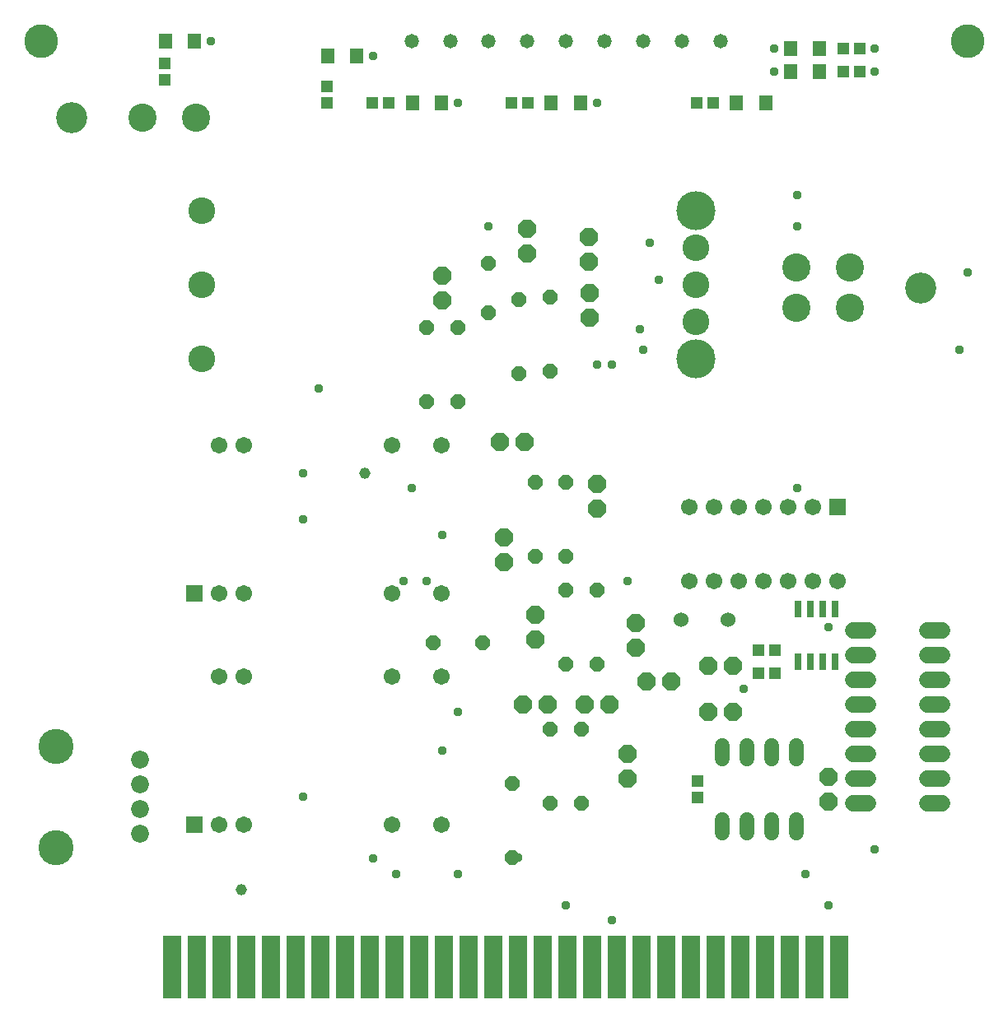
<source format=gts>
G75*
%MOIN*%
%OFA0B0*%
%FSLAX25Y25*%
%IPPOS*%
%LPD*%
%AMOC8*
5,1,8,0,0,1.08239X$1,22.5*
%
%ADD10C,0.13650*%
%ADD11R,0.06737X0.06737*%
%ADD12C,0.06737*%
%ADD13OC8,0.07100*%
%ADD14OC8,0.06000*%
%ADD15C,0.06000*%
%ADD16C,0.06619*%
%ADD17C,0.10800*%
%ADD18C,0.15800*%
%ADD19R,0.06700X0.06700*%
%ADD20C,0.06700*%
%ADD21C,0.05800*%
%ADD22C,0.11430*%
%ADD23C,0.12611*%
%ADD24C,0.07250*%
%ADD25C,0.14186*%
%ADD26R,0.05524X0.06312*%
%ADD27R,0.04737X0.05131*%
%ADD28R,0.05131X0.04737*%
%ADD29R,0.07300X0.25800*%
%ADD30R,0.03162X0.06902*%
%ADD31C,0.06000*%
%ADD32C,0.03778*%
%ADD33C,0.04565*%
D10*
X0034228Y0421433D03*
X0409228Y0421433D03*
D11*
X0096374Y0197683D03*
X0096374Y0103933D03*
D12*
X0106374Y0103933D03*
X0116374Y0103933D03*
X0116374Y0163933D03*
X0106374Y0163933D03*
X0106374Y0197683D03*
X0116374Y0197683D03*
X0176374Y0197683D03*
X0196374Y0197683D03*
X0196374Y0163933D03*
X0176374Y0163933D03*
X0176374Y0103933D03*
X0196374Y0103933D03*
X0196374Y0257683D03*
X0176374Y0257683D03*
X0116374Y0257683D03*
X0106374Y0257683D03*
D13*
X0196728Y0316433D03*
X0196728Y0326433D03*
X0231103Y0335183D03*
X0231103Y0345183D03*
X0256103Y0342058D03*
X0256103Y0332058D03*
X0256228Y0319183D03*
X0256228Y0309183D03*
X0229853Y0258933D03*
X0219853Y0258933D03*
X0221728Y0220183D03*
X0221728Y0210183D03*
X0234228Y0188933D03*
X0234228Y0178933D03*
X0229228Y0152683D03*
X0239228Y0152683D03*
X0254228Y0152683D03*
X0264228Y0152683D03*
X0279228Y0162058D03*
X0289228Y0162058D03*
X0304228Y0168308D03*
X0314228Y0168308D03*
X0314228Y0149558D03*
X0304228Y0149558D03*
X0274853Y0175808D03*
X0274853Y0185808D03*
X0259228Y0232058D03*
X0259228Y0242058D03*
X0271728Y0132683D03*
X0271728Y0122683D03*
X0352978Y0123308D03*
X0352978Y0113308D03*
D14*
X0259228Y0168933D03*
X0246728Y0168933D03*
X0240478Y0142683D03*
X0252978Y0142683D03*
X0224853Y0120808D03*
X0240478Y0112683D03*
X0252978Y0112683D03*
X0224853Y0090808D03*
X0212978Y0177683D03*
X0192978Y0177683D03*
X0234228Y0212683D03*
X0246728Y0212683D03*
X0246728Y0198933D03*
X0259228Y0198933D03*
X0246728Y0242683D03*
X0234228Y0242683D03*
X0202978Y0275183D03*
X0190478Y0275183D03*
X0190478Y0305183D03*
X0202978Y0305183D03*
X0215478Y0311433D03*
X0227728Y0316683D03*
X0240478Y0317683D03*
X0215478Y0331433D03*
X0240478Y0287683D03*
X0227728Y0286683D03*
D15*
X0309853Y0135908D02*
X0309853Y0130708D01*
X0319853Y0130708D02*
X0319853Y0135908D01*
X0329853Y0135908D02*
X0329853Y0130708D01*
X0339853Y0130708D02*
X0339853Y0135908D01*
X0339853Y0105908D02*
X0339853Y0100708D01*
X0329853Y0100708D02*
X0329853Y0105908D01*
X0319853Y0105908D02*
X0319853Y0100708D01*
X0309853Y0100708D02*
X0309853Y0105908D01*
D16*
X0363069Y0112683D02*
X0368888Y0112683D01*
X0368888Y0122683D02*
X0363069Y0122683D01*
X0363069Y0132683D02*
X0368888Y0132683D01*
X0368888Y0142683D02*
X0363069Y0142683D01*
X0363069Y0152683D02*
X0368888Y0152683D01*
X0368888Y0162683D02*
X0363069Y0162683D01*
X0363069Y0172683D02*
X0368888Y0172683D01*
X0368888Y0182683D02*
X0363069Y0182683D01*
X0393069Y0182683D02*
X0398888Y0182683D01*
X0398888Y0172683D02*
X0393069Y0172683D01*
X0393069Y0162683D02*
X0398888Y0162683D01*
X0398888Y0152683D02*
X0393069Y0152683D01*
X0393069Y0142683D02*
X0398888Y0142683D01*
X0398888Y0132683D02*
X0393069Y0132683D01*
X0393069Y0122683D02*
X0398888Y0122683D01*
X0398888Y0112683D02*
X0393069Y0112683D01*
D17*
X0299228Y0307683D03*
X0299228Y0322683D03*
X0299228Y0337683D03*
X0099228Y0322683D03*
X0099228Y0292683D03*
X0099228Y0352683D03*
D18*
X0299228Y0352683D03*
X0299228Y0292683D03*
D19*
X0356728Y0232683D03*
D20*
X0346728Y0232683D03*
X0336728Y0232683D03*
X0326728Y0232683D03*
X0316728Y0232683D03*
X0306728Y0232683D03*
X0296728Y0232683D03*
X0296728Y0202683D03*
X0306728Y0202683D03*
X0316728Y0202683D03*
X0326728Y0202683D03*
X0336728Y0202683D03*
X0346728Y0202683D03*
X0356728Y0202683D03*
D21*
X0309228Y0421433D03*
X0293603Y0421433D03*
X0277978Y0421433D03*
X0262353Y0421433D03*
X0246728Y0421433D03*
X0231103Y0421433D03*
X0215478Y0421433D03*
X0199853Y0421433D03*
X0184228Y0421433D03*
D22*
X0097122Y0390183D03*
X0075469Y0390183D03*
X0340085Y0329701D03*
X0340085Y0313165D03*
X0361738Y0313165D03*
X0361738Y0329701D03*
D23*
X0390478Y0321433D03*
X0046728Y0390183D03*
D24*
X0074478Y0130183D03*
X0074478Y0120183D03*
X0074478Y0110183D03*
X0074478Y0100183D03*
D25*
X0040478Y0094683D03*
X0040478Y0135683D03*
D26*
X0184573Y0396433D03*
X0196384Y0396433D03*
X0162009Y0415183D03*
X0150198Y0415183D03*
X0096384Y0421433D03*
X0084573Y0421433D03*
X0240823Y0396433D03*
X0252634Y0396433D03*
X0315823Y0396433D03*
X0327634Y0396433D03*
X0337698Y0408933D03*
X0337698Y0418308D03*
X0349509Y0418308D03*
X0349509Y0408933D03*
D27*
X0149853Y0402905D03*
X0149853Y0396212D03*
X0084228Y0405587D03*
X0084228Y0412280D03*
X0299853Y0121655D03*
X0299853Y0114962D03*
D28*
X0324632Y0165183D03*
X0331325Y0165183D03*
X0331325Y0174558D03*
X0324632Y0174558D03*
X0306325Y0396433D03*
X0299632Y0396433D03*
X0359007Y0408933D03*
X0365700Y0408933D03*
X0365700Y0418308D03*
X0359007Y0418308D03*
X0231325Y0396433D03*
X0224632Y0396433D03*
X0175075Y0396433D03*
X0168382Y0396433D03*
D29*
X0087478Y0046433D03*
X0097478Y0046433D03*
X0107478Y0046433D03*
X0117478Y0046433D03*
X0127478Y0046433D03*
X0137478Y0046433D03*
X0147478Y0046433D03*
X0157478Y0046433D03*
X0167478Y0046433D03*
X0177478Y0046433D03*
X0187478Y0046433D03*
X0197478Y0046433D03*
X0207478Y0046433D03*
X0217478Y0046433D03*
X0227478Y0046433D03*
X0237478Y0046433D03*
X0247478Y0046433D03*
X0257478Y0046433D03*
X0267478Y0046433D03*
X0277478Y0046433D03*
X0287478Y0046433D03*
X0297478Y0046433D03*
X0307478Y0046433D03*
X0317478Y0046433D03*
X0327478Y0046433D03*
X0337478Y0046433D03*
X0347478Y0046433D03*
X0357478Y0046433D03*
D30*
X0355557Y0170065D03*
X0350596Y0170065D03*
X0345557Y0170065D03*
X0340557Y0170065D03*
X0340557Y0191285D03*
X0345557Y0191285D03*
X0350596Y0191285D03*
X0355557Y0191325D03*
D31*
X0312478Y0187058D03*
X0293478Y0187058D03*
D32*
X0271728Y0202683D03*
X0318603Y0158933D03*
X0352978Y0183933D03*
X0340478Y0240183D03*
X0277978Y0296433D03*
X0276728Y0304683D03*
X0265478Y0290183D03*
X0259228Y0290183D03*
X0284228Y0324558D03*
X0280728Y0339683D03*
X0259228Y0396433D03*
X0215478Y0346433D03*
X0202978Y0396433D03*
X0168603Y0415183D03*
X0102978Y0421433D03*
X0146728Y0280808D03*
X0140478Y0246433D03*
X0140478Y0227683D03*
X0181103Y0202683D03*
X0190478Y0202683D03*
X0196728Y0221433D03*
X0184228Y0240183D03*
X0202978Y0149558D03*
X0196728Y0133933D03*
X0224228Y0090183D03*
X0227353Y0090808D03*
X0202978Y0083933D03*
X0177978Y0083933D03*
X0168603Y0090183D03*
X0140478Y0115183D03*
X0246728Y0071433D03*
X0265478Y0065183D03*
X0343603Y0083933D03*
X0352978Y0071433D03*
X0371728Y0093933D03*
X0406103Y0296433D03*
X0409228Y0327683D03*
X0340478Y0346433D03*
X0340478Y0358933D03*
X0331103Y0408933D03*
X0331103Y0418308D03*
X0371728Y0418308D03*
X0371728Y0408933D03*
D33*
X0165478Y0246433D03*
X0115478Y0077683D03*
M02*

</source>
